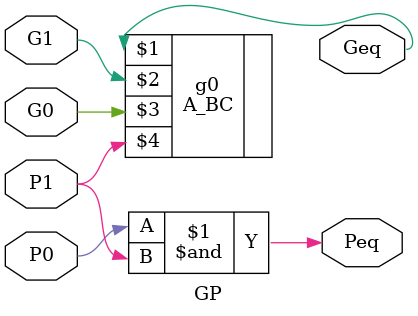
<source format=v>
module GP(Geq, Peq, G0, G1, P0, P1);
input G0, G1, P0, P1;
output Geq, Peq;
assign Peq = P0 & P1;
A_BC g0(Geq, G1,G0, P1);
endmodule

</source>
